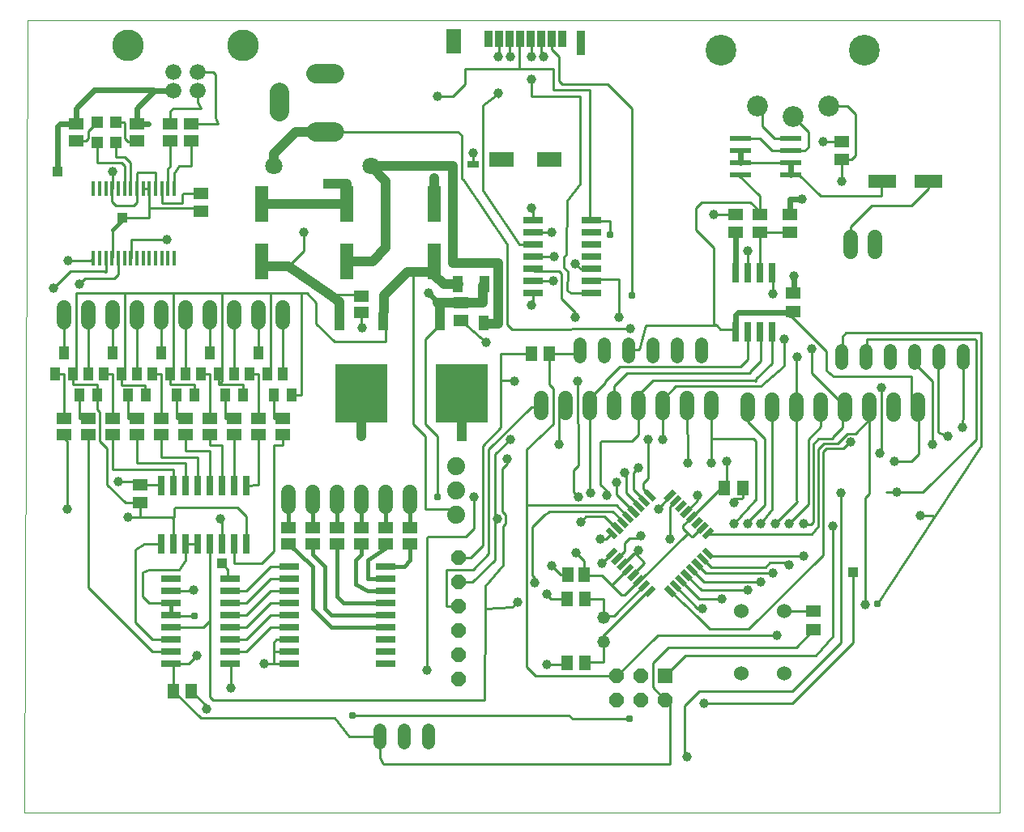
<source format=gtl>
G75*
G70*
%OFA0B0*%
%FSLAX24Y24*%
%IPPOS*%
%LPD*%
%AMOC8*
5,1,8,0,0,1.08239X$1,22.5*
%
%ADD10C,0.0000*%
%ADD11R,0.0260X0.0800*%
%ADD12R,0.0591X0.0512*%
%ADD13R,0.0800X0.0260*%
%ADD14C,0.0600*%
%ADD15R,0.0600X0.0600*%
%ADD16OC8,0.0600*%
%ADD17C,0.0520*%
%ADD18R,0.0512X0.0591*%
%ADD19R,0.0551X0.1496*%
%ADD20C,0.0787*%
%ADD21R,0.0866X0.0236*%
%ADD22R,0.1181X0.0551*%
%ADD23C,0.0600*%
%ADD24R,0.2126X0.2441*%
%ADD25R,0.0394X0.0630*%
%ADD26R,0.0394X0.0709*%
%ADD27C,0.0709*%
%ADD28C,0.0520*%
%ADD29R,0.0500X0.0220*%
%ADD30R,0.0220X0.0500*%
%ADD31R,0.0157X0.0591*%
%ADD32R,0.0472X0.0472*%
%ADD33C,0.1266*%
%ADD34C,0.0860*%
%ADD35C,0.0740*%
%ADD36C,0.0660*%
%ADD37C,0.1300*%
%ADD38R,0.0394X0.0551*%
%ADD39R,0.0354X0.1024*%
%ADD40R,0.0591X0.1024*%
%ADD41R,0.1024X0.0591*%
%ADD42R,0.0320X0.0660*%
%ADD43R,0.0500X0.0260*%
%ADD44C,0.0100*%
%ADD45C,0.0400*%
%ADD46C,0.0240*%
%ADD47C,0.0396*%
%ADD48R,0.0396X0.0396*%
%ADD49C,0.0160*%
%ADD50C,0.0310*%
D10*
X002006Y001451D02*
X002131Y034076D01*
X042131Y034076D01*
X042126Y034072D02*
X042126Y001451D01*
X002006Y001451D01*
D11*
X007631Y012491D03*
X008131Y012491D03*
X008631Y012491D03*
X009131Y012491D03*
X009631Y012491D03*
X010131Y012491D03*
X010631Y012491D03*
X011131Y012491D03*
X011131Y014911D03*
X010631Y014911D03*
X010131Y014911D03*
X009631Y014911D03*
X009131Y014911D03*
X008631Y014911D03*
X008131Y014911D03*
X007631Y014911D03*
X031256Y021241D03*
X031756Y021241D03*
X032256Y021241D03*
X032756Y021241D03*
X032756Y023661D03*
X032256Y023661D03*
X031756Y023661D03*
X031256Y023661D03*
D12*
X031256Y025327D03*
X031256Y026075D03*
X032256Y026075D03*
X032256Y025327D03*
X033506Y025327D03*
X033506Y026075D03*
X035631Y028327D03*
X035631Y029075D03*
X033631Y022825D03*
X033631Y022077D03*
X034481Y009725D03*
X034481Y008977D03*
X019981Y021702D03*
X019981Y022450D03*
X015881Y022711D03*
X015881Y022042D03*
X012631Y017661D03*
X012631Y016992D03*
X011631Y016992D03*
X011631Y017661D03*
X010631Y017661D03*
X010631Y016992D03*
X009631Y016992D03*
X009631Y017661D03*
X008631Y017661D03*
X008631Y016992D03*
X007631Y016992D03*
X007631Y017661D03*
X006631Y017661D03*
X006631Y016992D03*
X005631Y016992D03*
X005631Y017661D03*
X004631Y017661D03*
X004631Y016992D03*
X003631Y016992D03*
X003631Y017661D03*
X006756Y014950D03*
X006756Y014202D03*
X012881Y013161D03*
X012881Y012492D03*
X013881Y012492D03*
X013881Y013161D03*
X014881Y013161D03*
X014881Y012492D03*
X015881Y012492D03*
X015881Y013161D03*
X016881Y013161D03*
X016881Y012492D03*
X017881Y012492D03*
X017881Y013161D03*
X009256Y026202D03*
X009256Y026950D03*
X008881Y029117D03*
X008881Y029786D03*
X008006Y029786D03*
X008006Y029117D03*
X006631Y029117D03*
X006631Y029786D03*
X004131Y029786D03*
X004131Y029117D03*
D13*
X012901Y011576D03*
X012901Y011076D03*
X012901Y010576D03*
X012901Y010076D03*
X012901Y009576D03*
X012901Y009076D03*
X012901Y008576D03*
X012901Y008076D03*
X012901Y007576D03*
X010466Y007576D03*
X010466Y008076D03*
X010466Y008576D03*
X010466Y009076D03*
X010466Y009576D03*
X010466Y010076D03*
X010466Y010576D03*
X010466Y011076D03*
X008046Y011076D03*
X008046Y010576D03*
X008046Y010076D03*
X008046Y009576D03*
X008046Y009076D03*
X008046Y008576D03*
X008046Y008076D03*
X008046Y007576D03*
X016861Y007576D03*
X016861Y008076D03*
X016861Y008576D03*
X016861Y009076D03*
X016861Y009576D03*
X016861Y010076D03*
X016861Y010576D03*
X016861Y011076D03*
X016861Y011576D03*
X022921Y022826D03*
X022921Y023326D03*
X022921Y023826D03*
X022921Y024326D03*
X022921Y024826D03*
X022921Y025326D03*
X022921Y025826D03*
X025341Y025826D03*
X025341Y025326D03*
X025341Y024826D03*
X025341Y024326D03*
X025341Y023826D03*
X025341Y023326D03*
X025341Y022826D03*
D14*
X025256Y018501D02*
X025256Y017901D01*
X026256Y017901D02*
X026256Y018501D01*
X027256Y018501D02*
X027256Y017901D01*
X028256Y017901D02*
X028256Y018501D01*
X029256Y018501D02*
X029256Y017901D01*
X030256Y017901D02*
X030256Y018501D01*
X031781Y018451D02*
X031781Y017851D01*
X032781Y017851D02*
X032781Y018451D01*
X033781Y018451D02*
X033781Y017851D01*
X034781Y017851D02*
X034781Y018451D01*
X035781Y018451D02*
X035781Y017851D01*
X036781Y017851D02*
X036781Y018451D01*
X037781Y018451D02*
X037781Y017851D01*
X038781Y017851D02*
X038781Y018451D01*
X037006Y024526D02*
X037006Y025126D01*
X036006Y025126D02*
X036006Y024526D01*
X024256Y018501D02*
X024256Y017901D01*
X023256Y017901D02*
X023256Y018501D01*
X017881Y014626D02*
X017881Y014026D01*
X016881Y014026D02*
X016881Y014626D01*
X015881Y014626D02*
X015881Y014026D01*
X014881Y014026D02*
X014881Y014626D01*
X013881Y014626D02*
X013881Y014026D01*
X012881Y014026D02*
X012881Y014626D01*
X012631Y021651D02*
X012631Y022251D01*
X011631Y022251D02*
X011631Y021651D01*
X010631Y021651D02*
X010631Y022251D01*
X009631Y022251D02*
X009631Y021651D01*
X008631Y021651D02*
X008631Y022251D01*
X007631Y022251D02*
X007631Y021651D01*
X006631Y021651D02*
X006631Y022251D01*
X005631Y022251D02*
X005631Y021651D01*
X004631Y021651D02*
X004631Y022251D01*
X003631Y022251D02*
X003631Y021651D01*
D15*
X028381Y007076D03*
D16*
X028381Y006076D03*
X027381Y006076D03*
X027381Y007076D03*
X026381Y007076D03*
X026381Y006076D03*
X019881Y006926D03*
X019881Y007926D03*
X019881Y008926D03*
X019881Y009926D03*
X019881Y010926D03*
X019881Y011926D03*
D17*
X025831Y009476D03*
X025831Y008476D03*
D18*
X025080Y007601D03*
X024332Y007601D03*
X024332Y010226D03*
X025080Y010226D03*
X025040Y011251D03*
X024371Y011251D03*
X030807Y014801D03*
X031555Y014801D03*
X023605Y020351D03*
X022857Y020351D03*
X008880Y006451D03*
X008132Y006451D03*
D19*
X011756Y024145D03*
X011756Y026507D03*
X015256Y026507D03*
X015256Y024145D03*
X018881Y024145D03*
X018881Y026507D03*
D20*
X014774Y029481D02*
X013987Y029481D01*
X012491Y030308D02*
X012491Y031095D01*
X013987Y031882D02*
X014774Y031882D01*
D21*
X031482Y029201D03*
X031482Y028701D03*
X031482Y028201D03*
X031482Y027701D03*
X033529Y027701D03*
X033529Y028201D03*
X033529Y028701D03*
X033529Y029201D03*
D22*
X037311Y027451D03*
X039201Y027451D03*
D23*
X033271Y009731D03*
X031491Y009731D03*
X031491Y007171D03*
X033271Y007171D03*
D24*
X020006Y018717D03*
X015881Y018717D03*
D25*
X016778Y021591D03*
X014983Y021591D03*
X019108Y021591D03*
X020903Y021591D03*
D26*
X020932Y023201D03*
X019829Y023201D03*
D27*
X016256Y028076D03*
X012256Y028076D03*
D28*
X024881Y020736D02*
X024881Y020216D01*
X025881Y020216D02*
X025881Y020736D01*
X026881Y020736D02*
X026881Y020216D01*
X027881Y020216D02*
X027881Y020736D01*
X028881Y020736D02*
X028881Y020216D01*
X029881Y020216D02*
X029881Y020736D01*
X035631Y020461D02*
X035631Y019941D01*
X036631Y019941D02*
X036631Y020461D01*
X037631Y020461D02*
X037631Y019941D01*
X038631Y019941D02*
X038631Y020461D01*
X039631Y020461D02*
X039631Y019941D01*
X040631Y019941D02*
X040631Y020461D01*
X018631Y004836D02*
X018631Y004316D01*
X017631Y004316D02*
X017631Y004836D01*
X016631Y004836D02*
X016631Y004316D01*
D29*
G36*
X026435Y012209D02*
X026083Y011857D01*
X025927Y012013D01*
X026279Y012365D01*
X026435Y012209D01*
G37*
G36*
X026658Y011986D02*
X026306Y011634D01*
X026150Y011790D01*
X026502Y012142D01*
X026658Y011986D01*
G37*
G36*
X026881Y011763D02*
X026529Y011411D01*
X026373Y011567D01*
X026725Y011919D01*
X026881Y011763D01*
G37*
G36*
X027103Y011541D02*
X026751Y011189D01*
X026595Y011345D01*
X026947Y011697D01*
X027103Y011541D01*
G37*
G36*
X027326Y011318D02*
X026974Y010966D01*
X026818Y011122D01*
X027170Y011474D01*
X027326Y011318D01*
G37*
G36*
X027549Y011095D02*
X027197Y010743D01*
X027041Y010899D01*
X027393Y011251D01*
X027549Y011095D01*
G37*
G36*
X027771Y010873D02*
X027419Y010521D01*
X027263Y010677D01*
X027615Y011029D01*
X027771Y010873D01*
G37*
G36*
X027994Y010650D02*
X027642Y010298D01*
X027486Y010454D01*
X027838Y010806D01*
X027994Y010650D01*
G37*
G36*
X030384Y013040D02*
X030032Y012688D01*
X029876Y012844D01*
X030228Y013196D01*
X030384Y013040D01*
G37*
G36*
X030161Y013263D02*
X029809Y012911D01*
X029653Y013067D01*
X030005Y013419D01*
X030161Y013263D01*
G37*
G36*
X029939Y013485D02*
X029587Y013133D01*
X029431Y013289D01*
X029783Y013641D01*
X029939Y013485D01*
G37*
G36*
X029716Y013708D02*
X029364Y013356D01*
X029208Y013512D01*
X029560Y013864D01*
X029716Y013708D01*
G37*
G36*
X029493Y013931D02*
X029141Y013579D01*
X028985Y013735D01*
X029337Y014087D01*
X029493Y013931D01*
G37*
G36*
X029271Y014153D02*
X028919Y013801D01*
X028763Y013957D01*
X029115Y014309D01*
X029271Y014153D01*
G37*
G36*
X029048Y014376D02*
X028696Y014024D01*
X028540Y014180D01*
X028892Y014532D01*
X029048Y014376D01*
G37*
G36*
X028825Y014599D02*
X028473Y014247D01*
X028317Y014403D01*
X028669Y014755D01*
X028825Y014599D01*
G37*
D30*
G36*
X027994Y014403D02*
X027838Y014247D01*
X027486Y014599D01*
X027642Y014755D01*
X027994Y014403D01*
G37*
G36*
X027771Y014180D02*
X027615Y014024D01*
X027263Y014376D01*
X027419Y014532D01*
X027771Y014180D01*
G37*
G36*
X027549Y013957D02*
X027393Y013801D01*
X027041Y014153D01*
X027197Y014309D01*
X027549Y013957D01*
G37*
G36*
X027326Y013735D02*
X027170Y013579D01*
X026818Y013931D01*
X026974Y014087D01*
X027326Y013735D01*
G37*
G36*
X027103Y013512D02*
X026947Y013356D01*
X026595Y013708D01*
X026751Y013864D01*
X027103Y013512D01*
G37*
G36*
X026881Y013289D02*
X026725Y013133D01*
X026373Y013485D01*
X026529Y013641D01*
X026881Y013289D01*
G37*
G36*
X026658Y013067D02*
X026502Y012911D01*
X026150Y013263D01*
X026306Y013419D01*
X026658Y013067D01*
G37*
G36*
X026435Y012844D02*
X026279Y012688D01*
X025927Y013040D01*
X026083Y013196D01*
X026435Y012844D01*
G37*
G36*
X028825Y010454D02*
X028669Y010298D01*
X028317Y010650D01*
X028473Y010806D01*
X028825Y010454D01*
G37*
G36*
X029048Y010677D02*
X028892Y010521D01*
X028540Y010873D01*
X028696Y011029D01*
X029048Y010677D01*
G37*
G36*
X029271Y010899D02*
X029115Y010743D01*
X028763Y011095D01*
X028919Y011251D01*
X029271Y010899D01*
G37*
G36*
X029493Y011122D02*
X029337Y010966D01*
X028985Y011318D01*
X029141Y011474D01*
X029493Y011122D01*
G37*
G36*
X029716Y011345D02*
X029560Y011189D01*
X029208Y011541D01*
X029364Y011697D01*
X029716Y011345D01*
G37*
G36*
X029939Y011567D02*
X029783Y011411D01*
X029431Y011763D01*
X029587Y011919D01*
X029939Y011567D01*
G37*
G36*
X030161Y011790D02*
X030005Y011634D01*
X029653Y011986D01*
X029809Y012142D01*
X030161Y011790D01*
G37*
G36*
X030384Y012013D02*
X030228Y011857D01*
X029876Y012209D01*
X030032Y012365D01*
X030384Y012013D01*
G37*
D31*
X008169Y024274D03*
X007913Y024274D03*
X007657Y024274D03*
X007401Y024274D03*
X007145Y024274D03*
X006890Y024274D03*
X006634Y024274D03*
X006378Y024274D03*
X006122Y024274D03*
X005866Y024274D03*
X005610Y024274D03*
X005354Y024274D03*
X005098Y024274D03*
X004842Y024274D03*
X004842Y027129D03*
X005098Y027129D03*
X005354Y027129D03*
X005610Y027129D03*
X005866Y027129D03*
X006122Y027129D03*
X006378Y027129D03*
X006634Y027129D03*
X006890Y027129D03*
X007145Y027129D03*
X007401Y027129D03*
X007657Y027129D03*
X007913Y027129D03*
X008169Y027129D03*
D32*
X005756Y029038D03*
X005006Y029038D03*
X005006Y029865D03*
X005756Y029865D03*
D33*
X030678Y032826D03*
X036583Y032826D03*
D34*
X035087Y030543D03*
X033631Y030110D03*
X032174Y030543D03*
D35*
X019756Y015701D03*
X019756Y014701D03*
X019756Y013701D03*
D36*
X009123Y031171D03*
X009123Y031951D03*
X008139Y031951D03*
X008139Y031171D03*
D37*
X006261Y033021D03*
X011001Y033021D03*
D38*
X011631Y020384D03*
X012005Y019518D03*
X012631Y019509D03*
X013005Y018643D03*
X012257Y018643D03*
X011005Y018643D03*
X010257Y018643D03*
X010005Y019518D03*
X010631Y019509D03*
X011257Y019518D03*
X009631Y020384D03*
X009257Y019518D03*
X008631Y019509D03*
X008005Y019518D03*
X007257Y019518D03*
X006631Y019509D03*
X006005Y019518D03*
X005257Y019518D03*
X004631Y019509D03*
X004005Y019518D03*
X003257Y019518D03*
X003631Y020384D03*
X005631Y020384D03*
X006257Y018643D03*
X007005Y018643D03*
X008257Y018643D03*
X009005Y018643D03*
X007631Y020384D03*
X005005Y018643D03*
X004257Y018643D03*
D39*
X024912Y033150D03*
D40*
X019676Y033190D03*
D41*
X021625Y028327D03*
X023593Y028327D03*
D42*
X023711Y033308D03*
X023278Y033308D03*
X022845Y033308D03*
X022412Y033308D03*
X021979Y033308D03*
X021546Y033308D03*
X021113Y033308D03*
X024144Y033308D03*
D43*
X020483Y028150D03*
D44*
X020483Y028574D01*
X020456Y028601D01*
X020006Y029326D02*
X019851Y029481D01*
X014381Y029481D01*
X013506Y025351D02*
X013506Y024576D01*
X012881Y023951D01*
X013406Y022826D02*
X012131Y022826D01*
X010131Y022826D01*
X008131Y022826D01*
X006131Y022826D01*
X004131Y022826D01*
X004131Y019576D01*
X004006Y019576D01*
X004006Y019076D01*
X005006Y019076D01*
X005006Y018643D01*
X005005Y018643D01*
X005006Y018601D01*
X005006Y018051D01*
X005106Y017951D01*
X005106Y016751D01*
X005406Y016451D01*
X005406Y014951D01*
X006156Y014201D01*
X006756Y014201D01*
X006756Y014202D01*
X006756Y014201D02*
X006756Y013601D01*
X006456Y013601D01*
X008056Y013601D01*
X008131Y013526D01*
X008131Y012491D01*
X008131Y013576D01*
X008156Y013601D01*
X008156Y013951D01*
X008206Y014001D01*
X010756Y014001D01*
X011131Y013626D01*
X011131Y012491D01*
X010631Y012491D02*
X010631Y011701D01*
X011756Y011701D01*
X012256Y012201D01*
X012256Y016576D01*
X012631Y016576D01*
X012631Y016992D01*
X012631Y017661D02*
X012257Y017661D01*
X012257Y018643D01*
X013005Y018643D02*
X013406Y018643D01*
X013406Y022826D01*
X013631Y022826D01*
X014006Y022451D01*
X014006Y021576D01*
X014756Y020826D01*
X016881Y020826D01*
X016881Y021489D01*
X016778Y021591D01*
X015906Y021401D02*
X015881Y021401D01*
X015881Y022042D01*
X015881Y022711D02*
X015881Y022760D01*
X014576Y022760D01*
X012631Y021951D02*
X012631Y019509D01*
X012131Y019519D02*
X012131Y022826D01*
X011631Y021951D02*
X011631Y020384D01*
X011631Y019518D02*
X011257Y019518D01*
X011631Y019518D02*
X011631Y017661D01*
X011631Y016992D02*
X011631Y014951D01*
X011131Y014911D01*
X010631Y014911D02*
X010631Y016992D01*
X010131Y016576D02*
X010131Y014911D01*
X009631Y014911D02*
X009631Y016326D01*
X008631Y016326D01*
X008631Y016992D01*
X008631Y017661D02*
X008257Y017661D01*
X008257Y018643D01*
X008005Y019076D02*
X009006Y019076D01*
X009006Y018643D01*
X009005Y018643D01*
X009631Y019518D02*
X009631Y017661D01*
X010257Y017661D02*
X010631Y017661D01*
X010257Y017661D02*
X010257Y018643D01*
X010005Y019076D02*
X010131Y019202D01*
X010131Y022826D01*
X010631Y021951D02*
X010631Y019509D01*
X010005Y019518D02*
X010005Y019076D01*
X011006Y019076D01*
X011006Y018643D01*
X011005Y018643D01*
X012005Y019518D02*
X012131Y019519D01*
X009631Y019518D02*
X009257Y019518D01*
X008631Y019509D02*
X008631Y021951D01*
X007631Y021951D02*
X007631Y020384D01*
X007631Y019518D02*
X007257Y019518D01*
X007631Y019518D02*
X007631Y017661D01*
X007631Y016992D02*
X007631Y016076D01*
X009131Y016076D01*
X009131Y014911D01*
X008631Y014911D02*
X008631Y015826D01*
X006631Y015826D01*
X006631Y016992D01*
X006631Y017661D02*
X006257Y017661D01*
X006257Y018643D01*
X006005Y019051D02*
X006005Y019518D01*
X006131Y019644D01*
X006131Y022826D01*
X005706Y023451D02*
X005856Y023601D01*
X005856Y024264D01*
X005866Y024274D01*
X005631Y024295D02*
X005631Y025451D01*
X006031Y025951D02*
X007145Y025941D01*
X007145Y026326D01*
X009132Y026326D01*
X009256Y026202D01*
X009256Y026950D02*
X009255Y026951D01*
X008556Y026951D01*
X008506Y026901D01*
X008506Y026551D01*
X007656Y026551D01*
X007657Y026553D01*
X007657Y027129D01*
X007656Y027130D01*
X007406Y027174D02*
X007401Y027129D01*
X007406Y027174D02*
X007406Y027801D01*
X006656Y027801D01*
X006634Y027779D01*
X006634Y027129D01*
X006631Y027126D01*
X006631Y026576D01*
X006506Y026451D01*
X005756Y026451D01*
X005610Y026597D01*
X005610Y027129D01*
X005631Y027149D01*
X005631Y027826D01*
X006006Y028201D02*
X005006Y028201D01*
X005006Y029038D01*
X004631Y029201D02*
X004631Y029490D01*
X005006Y029865D01*
X005756Y029865D02*
X006092Y029865D01*
X006131Y029826D01*
X006131Y029201D01*
X006256Y029076D01*
X006590Y029076D01*
X006631Y029117D01*
X006131Y028451D02*
X006381Y028201D01*
X006381Y027131D01*
X006378Y027129D01*
X006122Y027129D02*
X006131Y027245D01*
X006131Y028076D01*
X006006Y028201D01*
X006131Y028451D02*
X005756Y028451D01*
X005756Y029038D01*
X004631Y029201D02*
X004546Y029117D01*
X004131Y029117D01*
X006881Y027120D02*
X006881Y027076D01*
X006881Y027120D02*
X006890Y027129D01*
X007145Y027129D01*
X007145Y026326D01*
X007913Y027129D02*
X007913Y027919D01*
X008006Y028076D01*
X008006Y029117D01*
X008006Y029786D02*
X008006Y030326D01*
X008131Y030451D01*
X009256Y030451D01*
X009123Y030693D01*
X009123Y031171D01*
X009123Y031951D02*
X009756Y031951D01*
X009881Y031826D01*
X009881Y030076D01*
X009965Y029786D01*
X008881Y029786D01*
X008881Y029117D02*
X008881Y028076D01*
X008381Y028076D01*
X008169Y027780D01*
X008169Y027129D01*
X007881Y025051D02*
X006406Y025051D01*
X006406Y024271D01*
X006381Y024271D01*
X006378Y024274D01*
X005631Y024295D02*
X005610Y024274D01*
X005354Y024274D02*
X005354Y023701D01*
X005306Y023701D01*
X005306Y023751D01*
X003906Y023751D01*
X003206Y023051D01*
X004256Y023201D02*
X004506Y023451D01*
X005706Y023451D01*
X004842Y024238D02*
X004842Y024274D01*
X004744Y024176D01*
X003806Y024176D01*
X003631Y021951D02*
X003631Y020384D01*
X003631Y019518D02*
X003257Y019518D01*
X003631Y019518D02*
X003631Y017661D01*
X004257Y017661D02*
X004631Y017661D01*
X004257Y017661D02*
X004257Y018643D01*
X004006Y019076D02*
X004005Y019076D01*
X004005Y019518D01*
X004631Y019509D02*
X004631Y021951D01*
X005631Y021951D02*
X005631Y020384D01*
X005631Y019518D02*
X005257Y019518D01*
X005631Y019518D02*
X005631Y017661D01*
X005631Y016992D02*
X005631Y015576D01*
X008131Y015576D01*
X008131Y014911D01*
X007631Y014911D02*
X007631Y014950D01*
X006756Y014950D01*
X006630Y015076D01*
X005881Y015076D01*
X006256Y013601D02*
X006456Y013601D01*
X006921Y012491D02*
X006568Y012264D01*
X006568Y009264D01*
X007256Y008576D01*
X008046Y008576D01*
X008046Y008076D02*
X007256Y008076D01*
X004631Y010701D01*
X004631Y016992D01*
X004756Y016992D01*
X003756Y016742D02*
X003756Y013951D01*
X003756Y016742D02*
X003506Y016992D01*
X003631Y016992D01*
X006005Y019051D02*
X006956Y019051D01*
X006956Y018643D01*
X007005Y018643D01*
X008005Y019076D02*
X008005Y019518D01*
X008131Y019644D01*
X008131Y022826D01*
X006631Y021951D02*
X006631Y019509D01*
X009631Y020384D02*
X009631Y021951D01*
X009631Y016992D02*
X009631Y016576D01*
X010131Y016576D01*
X010056Y013551D02*
X010131Y013476D01*
X010131Y012491D01*
X009631Y012491D02*
X009631Y009326D01*
X009631Y006201D01*
X009756Y006076D01*
X009806Y006076D02*
X020931Y006076D01*
X020971Y009851D01*
X022056Y009901D01*
X022306Y010101D01*
X023006Y010901D02*
X023006Y011101D01*
X022906Y011201D01*
X022906Y013201D01*
X023406Y013701D01*
X023556Y013801D01*
X023606Y013851D01*
X026206Y013851D01*
X026627Y013430D01*
X026627Y013387D01*
X026849Y013610D02*
X026358Y014101D01*
X022656Y014101D01*
X022656Y016401D01*
X023756Y017451D01*
X023756Y018901D01*
X023605Y019052D01*
X023605Y020351D01*
X024756Y020351D01*
X024881Y020476D01*
X024756Y019201D02*
X024806Y015751D01*
X024606Y015551D01*
X024606Y014651D01*
X024806Y014451D01*
X025206Y014701D02*
X025256Y014751D01*
X025256Y018201D01*
X025306Y018251D01*
X025306Y018551D01*
X025906Y019151D01*
X025906Y019201D01*
X026506Y019801D01*
X031456Y019801D01*
X031756Y020101D01*
X031756Y021241D01*
X032256Y021241D02*
X032306Y021191D01*
X032306Y020051D01*
X031856Y019601D01*
X031856Y019551D01*
X026806Y019551D01*
X026256Y019001D01*
X026256Y018201D01*
X027256Y018201D02*
X027256Y017001D01*
X027006Y016751D01*
X025756Y016751D01*
X025706Y016701D01*
X025706Y014951D01*
X025956Y014701D01*
X025956Y014501D01*
X026356Y014549D02*
X026356Y015051D01*
X026356Y014549D02*
X027072Y013833D01*
X027295Y014055D02*
X027295Y014062D01*
X026756Y014601D01*
X026756Y015401D01*
X026706Y015451D01*
X027056Y015451D02*
X027256Y015651D01*
X027056Y015451D02*
X027056Y014751D01*
X027517Y014290D01*
X027517Y014278D01*
X027740Y014501D02*
X027456Y014785D01*
X027456Y015001D01*
X027656Y015201D01*
X027656Y016801D01*
X028256Y016801D02*
X028256Y018201D01*
X028256Y018451D01*
X028806Y019001D01*
X032306Y019001D01*
X033256Y019851D01*
X033256Y020951D01*
X032756Y021241D02*
X032756Y019951D01*
X032106Y019301D01*
X032106Y019201D01*
X032056Y019251D01*
X027856Y019251D01*
X027256Y018651D01*
X027256Y018201D01*
X029256Y018201D02*
X029306Y015851D01*
X030256Y015851D02*
X030256Y016851D01*
X032006Y016851D01*
X032106Y016751D01*
X032106Y014301D01*
X032056Y014301D01*
X031206Y013351D01*
X031756Y013351D02*
X031756Y013401D01*
X032456Y014101D01*
X032456Y016851D01*
X031781Y017526D01*
X031781Y018151D01*
X032781Y018151D02*
X032781Y013926D01*
X032306Y013351D01*
X032906Y013351D02*
X033806Y014251D01*
X033781Y014326D01*
X033781Y018151D01*
X033781Y020076D01*
X033806Y020201D01*
X034406Y020551D02*
X034406Y019551D01*
X035506Y018451D01*
X035781Y018151D01*
X035656Y018026D01*
X035656Y017301D01*
X035256Y016901D01*
X035256Y016851D01*
X034656Y016851D01*
X034456Y016601D01*
X034456Y013401D01*
X034356Y013301D01*
X034056Y013351D01*
X034406Y012901D02*
X034656Y013251D01*
X034656Y016401D01*
X034906Y016651D01*
X035456Y016651D01*
X035856Y017051D01*
X036206Y017051D01*
X036781Y017626D01*
X036781Y018151D01*
X036781Y014576D01*
X036606Y014401D01*
X036606Y010001D01*
X037106Y010051D02*
X039428Y013604D01*
X039375Y013658D01*
X038854Y013658D01*
X039428Y013604D02*
X041356Y016551D01*
X041356Y021201D01*
X035806Y021201D01*
X035656Y021051D01*
X035631Y020201D01*
X035006Y020451D02*
X035006Y019651D01*
X035306Y019401D01*
X038506Y019401D01*
X038506Y018451D01*
X038781Y018151D01*
X038806Y018026D01*
X038806Y016201D01*
X038506Y015901D01*
X037806Y015901D01*
X037256Y016301D02*
X037256Y018951D01*
X036631Y020201D02*
X036656Y020226D01*
X036656Y020951D01*
X041106Y020951D01*
X041156Y020901D01*
X041156Y016801D01*
X039056Y014751D01*
X038956Y014651D01*
X037856Y014651D01*
X037906Y014651D01*
X037856Y014651D02*
X037456Y014651D01*
X037206Y016251D02*
X037256Y016301D01*
X036006Y016701D02*
X035906Y016651D01*
X035706Y016451D01*
X035006Y016451D01*
X034856Y016301D01*
X034856Y012051D01*
X031806Y009001D01*
X030206Y009001D01*
X029705Y009502D01*
X028571Y010552D01*
X028794Y010775D02*
X029717Y009851D01*
X029906Y009851D01*
X029762Y010251D02*
X030706Y010251D01*
X029953Y010951D02*
X029462Y011443D01*
X029685Y011665D02*
X030049Y011301D01*
X032806Y011301D01*
X032506Y011551D02*
X032656Y011751D01*
X033306Y011751D01*
X033406Y011651D01*
X033456Y011651D01*
X034056Y012001D02*
X030240Y012001D01*
X030130Y012111D01*
X029907Y011888D02*
X030044Y011751D01*
X030056Y011751D01*
X030256Y011551D01*
X032506Y011551D01*
X032306Y010951D02*
X029953Y010951D01*
X029856Y010601D02*
X029239Y011218D01*
X029239Y011220D01*
X029017Y010997D02*
X029762Y010251D01*
X029856Y010601D02*
X031756Y010601D01*
X033271Y009731D02*
X034475Y009731D01*
X034481Y009725D01*
X034481Y008977D02*
X033755Y008251D01*
X028506Y008251D01*
X027856Y007601D01*
X027856Y006601D01*
X028381Y006076D01*
X028556Y005901D01*
X028556Y003451D01*
X016756Y003451D01*
X016631Y003701D01*
X016631Y004576D01*
X015381Y004576D01*
X014756Y005326D01*
X009257Y005326D01*
X008132Y006451D01*
X008132Y007490D01*
X008046Y007576D01*
X008781Y007576D01*
X009106Y007901D01*
X009381Y009076D02*
X008046Y009076D01*
X008006Y009551D02*
X008046Y009576D01*
X008006Y009551D02*
X009006Y009551D01*
X009381Y009076D02*
X009631Y009326D01*
X010466Y009076D02*
X011131Y009076D01*
X012131Y010076D01*
X012901Y010076D01*
X012901Y009576D02*
X012131Y009576D01*
X011131Y008576D01*
X010466Y008576D01*
X010466Y008076D02*
X011131Y008076D01*
X012131Y009076D01*
X012901Y009076D01*
X012901Y008576D02*
X012381Y008576D01*
X012256Y008451D01*
X012256Y008076D01*
X012901Y008076D01*
X012256Y008076D02*
X012256Y007576D01*
X012901Y007576D01*
X012256Y007576D02*
X011881Y007576D01*
X010506Y007536D02*
X010506Y006576D01*
X010506Y007536D02*
X010466Y007576D01*
X008880Y006451D02*
X009505Y005826D01*
X009506Y005701D01*
X010466Y009576D02*
X011131Y009576D01*
X012131Y010576D01*
X012901Y010576D01*
X012901Y011076D02*
X012131Y011076D01*
X011131Y010076D01*
X010466Y010076D01*
X010466Y010576D02*
X011131Y010576D01*
X012131Y011576D01*
X012901Y011576D01*
X010466Y011076D02*
X010381Y011161D01*
X010381Y011451D01*
X010131Y011701D01*
X009131Y012491D02*
X008631Y012491D01*
X008631Y011826D01*
X008381Y011451D01*
X007131Y011451D01*
X006881Y011326D01*
X006881Y010326D01*
X007131Y010076D01*
X008046Y010076D01*
X008046Y010576D02*
X008931Y010576D01*
X008956Y010601D01*
X007631Y012491D02*
X006921Y012491D01*
X015506Y005451D02*
X024406Y005451D01*
X024556Y005301D01*
X026906Y005301D01*
X026381Y007076D02*
X028056Y008751D01*
X032956Y008751D01*
X034556Y007901D02*
X035256Y008701D01*
X035256Y013251D01*
X034406Y012901D02*
X030140Y012901D01*
X030130Y012942D01*
X029869Y013165D02*
X029506Y012801D01*
X029456Y012801D01*
X029306Y012951D01*
X027352Y010997D01*
X027295Y010997D01*
X027295Y010990D01*
X026706Y010401D01*
X026556Y010401D01*
X026156Y010801D01*
X026797Y011443D01*
X026849Y011443D01*
X027072Y011268D02*
X027072Y011220D01*
X027072Y011268D02*
X027506Y011701D01*
X027506Y011751D01*
X027156Y012101D01*
X027063Y012101D01*
X026627Y011665D01*
X026670Y011665D01*
X027256Y012251D01*
X026706Y012201D02*
X026706Y012551D01*
X026906Y012751D01*
X027256Y012751D01*
X027356Y012851D01*
X026706Y012201D02*
X026404Y011900D01*
X026404Y011888D01*
X026181Y012111D02*
X025772Y011701D01*
X025756Y011701D01*
X025756Y011201D02*
X025090Y011201D01*
X025040Y011251D01*
X025040Y011817D01*
X024706Y012151D01*
X024371Y011251D02*
X024056Y011251D01*
X023706Y011601D01*
X023506Y010451D02*
X023506Y010401D01*
X023656Y010251D01*
X024332Y010251D01*
X024332Y010226D01*
X025080Y010226D02*
X025831Y010226D01*
X025831Y009476D01*
X025906Y009551D01*
X026256Y009551D01*
X027479Y010775D01*
X027517Y010775D01*
X027656Y010552D02*
X025806Y008701D01*
X025806Y008501D01*
X025831Y008476D01*
X025831Y007651D01*
X024856Y007651D01*
X024856Y007601D01*
X025080Y007601D01*
X024332Y007601D02*
X024332Y007551D01*
X023506Y007551D01*
X023031Y007076D02*
X022656Y007451D01*
X022656Y014101D01*
X021806Y013701D02*
X021806Y013351D01*
X021706Y013251D01*
X021706Y011651D01*
X020981Y010776D01*
X020971Y009851D01*
X020431Y010926D02*
X021356Y011851D01*
X021356Y013451D01*
X021456Y013551D01*
X021356Y013751D01*
X021356Y016201D01*
X022006Y016801D01*
X021606Y017301D02*
X021606Y019251D01*
X022106Y019251D01*
X022156Y019201D01*
X021606Y019251D02*
X021606Y020351D01*
X022857Y020351D01*
X022056Y021351D02*
X026931Y021376D01*
X027556Y021501D02*
X030506Y021501D01*
X030381Y021576D01*
X030381Y024701D01*
X029631Y025451D01*
X029631Y026326D01*
X029881Y026576D01*
X031881Y026576D01*
X032256Y026201D01*
X032256Y026075D01*
X032257Y026826D01*
X031381Y027701D01*
X031482Y027701D01*
X031482Y028201D02*
X033529Y028201D01*
X033529Y027701D02*
X033881Y027701D01*
X034756Y026826D01*
X037256Y026826D01*
X037256Y027396D01*
X037311Y027451D01*
X036881Y026451D02*
X036006Y025576D01*
X036006Y024826D01*
X036881Y026451D02*
X038506Y026451D01*
X039201Y027146D01*
X039201Y027451D01*
X036206Y028501D02*
X036206Y030201D01*
X035856Y030551D01*
X035096Y030551D01*
X035087Y030543D01*
X034256Y029485D02*
X033631Y030110D01*
X034256Y029485D02*
X034256Y028851D01*
X034106Y028701D01*
X033529Y028701D01*
X032756Y028701D01*
X032256Y029201D01*
X031482Y029201D01*
X032381Y029701D02*
X032381Y030336D01*
X032174Y030543D01*
X032381Y029701D02*
X032881Y029201D01*
X033529Y029201D01*
X034881Y029076D02*
X034882Y029075D01*
X035631Y029075D01*
X036206Y028501D02*
X036031Y028326D01*
X035882Y028326D01*
X035631Y028327D01*
X035631Y027451D01*
X033506Y025327D02*
X032256Y025327D01*
X032256Y023661D01*
X032756Y023661D02*
X032806Y023611D01*
X032806Y022801D01*
X033631Y022077D02*
X033506Y021951D01*
X035006Y020451D01*
X034781Y018151D02*
X034781Y017326D01*
X034256Y016801D01*
X034256Y014151D01*
X033456Y013351D01*
X031556Y014401D02*
X031555Y014801D01*
X031556Y014401D02*
X031507Y014352D01*
X031205Y014352D01*
X031206Y014201D01*
X030807Y014801D02*
X030653Y014801D01*
X029462Y013610D01*
X029106Y013254D01*
X029106Y013151D01*
X029306Y012951D01*
X028556Y012701D02*
X028556Y014040D01*
X028794Y014278D01*
X028571Y014501D02*
X028556Y014501D01*
X028106Y013951D01*
X029206Y013851D02*
X029256Y013851D01*
X029256Y013849D01*
X029256Y013851D02*
X029706Y014301D01*
X029706Y014501D01*
X029256Y013851D02*
X029239Y013835D01*
X029239Y013833D01*
X030807Y014801D02*
X030906Y014900D01*
X030906Y015901D01*
X030256Y016851D02*
X030256Y018201D01*
X027306Y020501D02*
X026881Y020476D01*
X027306Y020501D02*
X027556Y021501D01*
X026456Y021851D02*
X026456Y023401D01*
X025341Y023401D01*
X025341Y023326D01*
X025341Y023826D02*
X025316Y023851D01*
X024906Y023851D01*
X024656Y024051D01*
X024356Y023701D02*
X024206Y023901D01*
X024206Y024301D01*
X024306Y024451D01*
X024331Y026651D01*
X024881Y027326D01*
X024881Y030951D01*
X022881Y030951D01*
X022881Y031627D01*
X022381Y032076D02*
X022381Y033393D01*
X022412Y033308D01*
X021979Y033308D02*
X021979Y032728D01*
X022006Y032576D01*
X021546Y032742D02*
X021506Y032576D01*
X021546Y032742D02*
X021546Y033308D01*
X022845Y033308D02*
X022881Y033397D01*
X022881Y032576D01*
X023278Y032804D02*
X023381Y032576D01*
X023278Y032804D02*
X023278Y033308D01*
X023711Y033308D02*
X023711Y032871D01*
X024006Y032576D01*
X024006Y031576D01*
X024131Y031451D01*
X026006Y031451D01*
X027006Y030451D01*
X027006Y022751D01*
X025341Y022826D02*
X024506Y022826D01*
X024331Y022951D01*
X024356Y023701D01*
X024106Y023651D02*
X024006Y023751D01*
X022996Y023751D01*
X022921Y023826D01*
X022921Y023326D02*
X023756Y023326D01*
X024106Y023651D02*
X024106Y022601D01*
X024656Y022051D01*
X024656Y021851D01*
X022921Y022366D02*
X022881Y022326D01*
X022921Y022366D02*
X022921Y022826D01*
X021881Y021526D02*
X022056Y021351D01*
X021881Y021526D02*
X021881Y024826D01*
X020081Y027501D01*
X020006Y027526D01*
X020006Y029326D01*
X020881Y030576D02*
X020881Y027076D01*
X022381Y024826D01*
X022921Y024826D01*
X022946Y024351D02*
X023806Y024351D01*
X022946Y024351D02*
X022921Y024326D01*
X022921Y025326D02*
X023681Y025326D01*
X023706Y025351D01*
X022921Y025826D02*
X022921Y026326D01*
X022881Y026326D01*
X025256Y025911D02*
X025341Y025826D01*
X025356Y025801D01*
X026106Y025801D01*
X026106Y025251D01*
X025256Y025911D02*
X025256Y031201D01*
X023756Y031201D01*
X023756Y032076D01*
X022381Y032076D01*
X020131Y032076D01*
X020131Y031451D01*
X019631Y030951D01*
X019006Y030951D01*
X020881Y030576D02*
X021544Y031076D01*
X021506Y030913D01*
X021506Y031076D01*
X018006Y023701D02*
X018006Y017451D01*
X018506Y016951D01*
X018506Y013951D01*
X019506Y013951D01*
X019756Y013701D01*
X020506Y013151D02*
X020156Y012801D01*
X018606Y012801D01*
X018556Y012751D01*
X018556Y007301D01*
X019356Y009926D02*
X019881Y009926D01*
X019356Y009926D02*
X019356Y010251D01*
X019356Y010151D01*
X019356Y010251D02*
X019356Y011451D01*
X020456Y011451D01*
X021106Y012101D01*
X021106Y016401D01*
X022856Y018151D01*
X023256Y018201D01*
X024006Y017951D02*
X024256Y018201D01*
X024006Y017951D02*
X024006Y016601D01*
X021856Y016001D02*
X021856Y015801D01*
X021656Y015601D01*
X021656Y013851D01*
X021806Y013701D01*
X020506Y013151D02*
X020506Y014451D01*
X019006Y014451D02*
X019006Y016951D01*
X018506Y017451D01*
X018506Y020951D01*
X019006Y021451D01*
X019108Y021591D01*
X019981Y021702D02*
X021006Y020801D01*
X019981Y022450D02*
X019981Y022451D01*
X019956Y022451D01*
X021606Y017301D02*
X020856Y016551D01*
X020856Y012451D01*
X020356Y011951D01*
X019906Y011951D01*
X019881Y011926D01*
X019881Y010926D02*
X020431Y010926D01*
X023031Y007076D02*
X026381Y007076D01*
X028381Y007076D02*
X029206Y007901D01*
X034556Y007901D01*
X035606Y008451D02*
X033606Y006451D01*
X029756Y006451D01*
X029156Y005851D01*
X029156Y003801D01*
X029256Y003701D01*
X029956Y005951D02*
X033606Y005951D01*
X036106Y008451D01*
X036106Y011351D01*
X035606Y008451D02*
X035606Y014601D01*
X039356Y016601D02*
X039356Y019201D01*
X038631Y019926D01*
X038631Y020201D01*
X039606Y020026D02*
X039631Y020201D01*
X039606Y020026D02*
X039606Y017101D01*
X040006Y016951D01*
X040606Y017301D02*
X040631Y017926D01*
X040631Y020201D01*
X031756Y023661D02*
X031756Y024576D01*
X031256Y026075D02*
X031256Y026076D01*
X030381Y026076D01*
X030506Y021501D02*
X030631Y021326D01*
X031171Y021326D01*
X031256Y021241D01*
X025206Y014701D02*
X025306Y014601D01*
X025106Y013651D02*
X024906Y013401D01*
X025106Y013651D02*
X025856Y013651D01*
X026342Y013165D01*
X026404Y013165D01*
X026181Y012942D02*
X025941Y012701D01*
X025706Y012701D01*
X025756Y011201D02*
X026156Y010801D01*
X027656Y010552D02*
X027740Y010552D01*
X007145Y029731D02*
X007090Y029786D01*
X007131Y029826D01*
D45*
X011756Y026507D02*
X015256Y026507D01*
X015256Y027326D01*
X014506Y027326D01*
X016256Y028076D02*
X016881Y027451D01*
X016881Y024701D01*
X016325Y024145D01*
X015256Y024145D01*
X014576Y022760D02*
X014983Y022474D01*
X014983Y021591D01*
X014576Y022760D02*
X012881Y023951D01*
X011825Y023951D01*
X011756Y024145D01*
X012256Y028076D02*
X012256Y028576D01*
X013160Y029481D01*
X014381Y029481D01*
X016256Y028076D02*
X019631Y028076D01*
X019631Y024076D01*
X021506Y024076D01*
X021506Y021576D01*
X020918Y021576D01*
X020903Y021591D01*
X020881Y022451D02*
X019956Y022451D01*
X019006Y022451D01*
X019068Y022389D01*
X019131Y022326D01*
X019108Y022304D01*
X019108Y021591D01*
X019256Y023201D02*
X018881Y023576D01*
X018881Y023826D01*
X018756Y023701D01*
X018006Y023701D01*
X017756Y023701D01*
X016793Y022739D01*
X016793Y022451D01*
X016778Y021591D01*
X019256Y023201D02*
X019829Y023201D01*
X019881Y023201D01*
X018881Y023826D02*
X018881Y024145D01*
X020881Y023128D02*
X020881Y022451D01*
X020881Y023128D02*
X020932Y023201D01*
X018881Y026507D02*
X018881Y027576D01*
X020006Y018717D02*
X020006Y016951D01*
X015881Y016951D02*
X015881Y018717D01*
D46*
X019068Y022389D02*
X018631Y022826D01*
X008139Y031171D02*
X007339Y031171D01*
X007339Y031159D01*
X006631Y030451D01*
X006631Y029786D01*
X007090Y029786D01*
X007339Y031171D02*
X007309Y031201D01*
X004881Y031201D01*
X004131Y030451D01*
X004131Y029786D01*
X003465Y029786D01*
X003381Y029701D01*
X003381Y027826D01*
X031256Y025327D02*
X031256Y023661D01*
X031356Y022051D02*
X031256Y021951D01*
X031256Y021241D01*
X031356Y022051D02*
X033406Y022051D01*
X033506Y021951D01*
X033631Y022825D02*
X033656Y022850D01*
X033656Y023551D01*
X033506Y026075D02*
X033507Y026701D01*
X034006Y026701D01*
X033529Y027701D02*
X033529Y028201D01*
X031482Y028201D02*
X031482Y028701D01*
D47*
X030381Y026076D03*
X031756Y024576D03*
X032806Y022801D03*
X033656Y023551D03*
X033256Y020951D03*
X033806Y020201D03*
X034406Y020551D03*
X037256Y018951D03*
X036006Y016701D03*
X037206Y016251D03*
X037806Y015901D03*
X037906Y014651D03*
X038854Y013658D03*
X039356Y016601D03*
X040006Y016951D03*
X040606Y017301D03*
X035606Y014601D03*
X035256Y013251D03*
X034056Y013351D03*
X033456Y013351D03*
X032906Y013351D03*
X032306Y013351D03*
X031756Y013351D03*
X031206Y013351D03*
X031206Y014201D03*
X029706Y014501D03*
X029306Y015851D03*
X030256Y015851D03*
X030906Y015901D03*
X028256Y016801D03*
X027656Y016801D03*
X027256Y015651D03*
X026706Y015451D03*
X026356Y015051D03*
X025956Y014501D03*
X025306Y014601D03*
X024806Y014451D03*
X024906Y013401D03*
X025706Y012701D03*
X025756Y011701D03*
X024706Y012151D03*
X023706Y011601D03*
X023006Y010901D03*
X023506Y010451D03*
X022306Y010101D03*
X023506Y007551D03*
X027256Y012251D03*
X027356Y012851D03*
X028556Y012701D03*
X028106Y013951D03*
X030706Y010251D03*
X029906Y009851D03*
X031756Y010601D03*
X032306Y010951D03*
X032806Y011301D03*
X033456Y011651D03*
X034056Y012001D03*
X036606Y010001D03*
X032956Y008751D03*
X029956Y005951D03*
X029256Y003751D03*
X021456Y013551D03*
X020506Y014451D03*
X021856Y016001D03*
X022006Y016801D03*
X024006Y016601D03*
X024756Y019201D03*
X026931Y021376D03*
X026456Y021851D03*
X024656Y021851D03*
X023756Y023326D03*
X023806Y024351D03*
X024656Y024051D03*
X023706Y025351D03*
X022881Y026326D03*
X020456Y028601D03*
X018881Y027576D03*
X019006Y030951D03*
X021506Y031076D03*
X022881Y031627D03*
X022881Y032576D03*
X023381Y032576D03*
X022006Y032576D03*
X021506Y032576D03*
X013506Y025351D03*
X015906Y021401D03*
X018631Y022826D03*
X021006Y020801D03*
X022156Y019201D03*
X022881Y022326D03*
X015881Y016951D03*
X010056Y013551D03*
X008956Y010601D03*
X009106Y007901D03*
X010506Y006576D03*
X009506Y005701D03*
X011881Y007576D03*
X018556Y007301D03*
X006256Y013601D03*
X005881Y015076D03*
X003756Y013951D03*
X003206Y023051D03*
X004256Y023201D03*
X003806Y024176D03*
X005631Y027826D03*
X007881Y025051D03*
X034006Y026701D03*
X035631Y027451D03*
X034881Y029076D03*
D48*
X020006Y016951D03*
X010131Y011701D03*
X006031Y025951D03*
X003381Y027826D03*
X014506Y027326D03*
X036106Y011351D03*
D49*
X017881Y011826D02*
X017631Y011576D01*
X016861Y011576D01*
X016861Y011076D02*
X016131Y011076D01*
X016131Y011826D01*
X016881Y012326D01*
X016881Y012492D01*
X016881Y013161D02*
X016881Y014326D01*
X015881Y014326D02*
X015881Y013161D01*
X015881Y012492D02*
X015881Y012076D01*
X015631Y011826D01*
X015631Y010826D01*
X016131Y010576D01*
X016861Y010576D01*
X016861Y010076D02*
X015131Y010076D01*
X014881Y010326D01*
X014881Y012492D01*
X014881Y013161D02*
X014881Y014326D01*
X013881Y014326D02*
X013881Y013161D01*
X013881Y012492D02*
X013881Y012076D01*
X014381Y011576D01*
X014381Y009826D01*
X014631Y009576D01*
X016861Y009576D01*
X016861Y009076D02*
X014631Y009076D01*
X013881Y009826D01*
X013881Y011576D01*
X013796Y011626D01*
X012881Y012492D01*
X012881Y013161D02*
X012881Y014326D01*
X008046Y010076D02*
X008046Y009576D01*
X017881Y011826D02*
X017881Y012492D01*
X017881Y013161D02*
X017881Y014326D01*
X006131Y025951D02*
X006031Y025951D01*
X006131Y025951D02*
X005631Y025451D01*
D50*
X019006Y014451D03*
X027006Y022751D03*
X026106Y025251D03*
X037106Y010051D03*
X026906Y005301D03*
X015506Y005451D03*
X009006Y009551D03*
M02*

</source>
